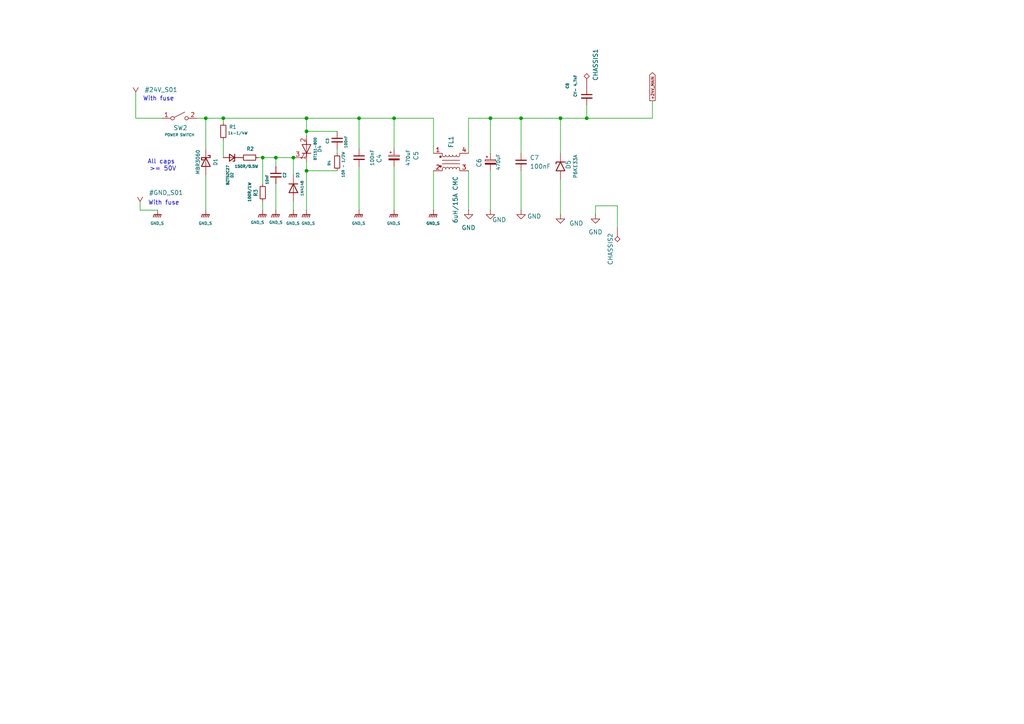
<source format=kicad_sch>
(kicad_sch (version 20250114) (generator "eeschema") (generator_version "9.0")
  (paper "A4")
  (title_block (title "Omega Radio") (comment 1 "Power"))
  (lib_symbols
    (symbol "Connector:TestPoint_Alt" (pin_numbers (hide yes)) (pin_names (offset 0.762) (hide yes))
      (property "Reference" "TP" (at 0 6.858 0))
      (property "Value" "TestPoint_Alt" (at 0 5.08 0))
      (symbol "TestPoint_Alt_0_1"
        (polyline (pts (xy 0 2.54) (xy -0.762 3.302) (xy 0 4.064) (xy 0.762 3.302) (xy 0 2.54)))
      )
      (symbol "TestPoint_Alt_1_1"
        (pin passive line (at 0 0 90) (length 2.54) (name "1") (number "1"))
      )
    )
    (symbol "Device:C_Polarized_Small" (pin_numbers (hide yes)) (pin_names (offset 0.254) (hide yes))
      (property "Reference" "C" (at 0.254 1.778 0))
      (property "Value" "C_Polarized_Small" (at 0.254 -2.032 0))
      (symbol "C_Polarized_Small_0_1"
        (rectangle (start -1.524 0.6858) (end 1.524 0.3048))
        (rectangle (start -1.524 -0.3048) (end 1.524 -0.6858) (fill (type outline)))
        (polyline (pts (xy -1.27 1.524) (xy -0.762 1.524)))
        (polyline (pts (xy -1.016 1.27) (xy -1.016 1.778)))
      )
      (symbol "C_Polarized_Small_1_1"
        (pin passive line (at 0 2.54 270) (length 1.8542) (name "~") (number "1"))
        (pin passive line (at 0 -2.54 90) (length 1.8542) (name "~") (number "2"))
      )
    )
    (symbol "Device:C_Small" (pin_numbers (hide yes)) (pin_names (offset 0.254) (hide yes))
      (property "Reference" "C" (at 0.254 1.778 0))
      (property "Value" "C_Small" (at 0.254 -2.032 0))
      (symbol "C_Small_0_1"
        (polyline (pts (xy -1.524 0.508) (xy 1.524 0.508)) (stroke (width 0.3048)))
        (polyline (pts (xy -1.524 -0.508) (xy 1.524 -0.508)) (stroke (width 0.3302)))
      )
      (symbol "C_Small_1_1"
        (pin passive line (at 0 2.54 270) (length 2.032) (name "~") (number "1"))
        (pin passive line (at 0 -2.54 90) (length 2.032) (name "~") (number "2"))
      )
    )
    (symbol "Device:D_Zener_Small" (pin_numbers (hide yes)) (pin_names (offset 0.254) (hide yes))
      (property "Reference" "D" (at 0 2.286 0))
      (property "Value" "D_Zener_Small" (at 0 -2.286 0))
      (symbol "D_Zener_Small_0_1"
        (polyline (pts (xy -0.254 1.016) (xy -0.762 1.016) (xy -0.762 -1.016)) (stroke (width 0.254)))
        (polyline (pts (xy 0.762 1.016) (xy -0.762 0) (xy 0.762 -1.016) (xy 0.762 1.016)) (stroke (width 0.254)))
        (polyline (pts (xy 0.762 0) (xy -0.762 0)))
      )
      (symbol "D_Zener_Small_1_1"
        (pin passive line (at -2.54 0 0) (length 1.778) (name "K") (number "1"))
        (pin passive line (at 2.54 0 180) (length 1.778) (name "A") (number "2"))
      )
    )
    (symbol "Device:Q_SCR_KAG" (pin_names (offset 0) (hide yes))
      (property "Reference" "D" (at 1.905 0.635 0))
      (property "Value" "Q_SCR_KAG" (at 1.905 -1.27 0))
      (symbol "Q_SCR_KAG_0_1"
        (polyline (pts (xy -1.27 1.27) (xy 1.27 1.27) (xy 0 -1.27) (xy -1.27 1.27)) (stroke (width 0.2032)))
        (polyline (pts (xy -1.27 -1.27) (xy 1.27 -1.27)) (stroke (width 0.2032)))
        (polyline (pts (xy -1.27 -2.54) (xy -0.635 -1.27)))
        (polyline (pts (xy 0 -2.54) (xy 0 2.54)))
      )
      (symbol "Q_SCR_KAG_1_1"
        (pin input line (at -3.81 -2.54 0) (length 2.54) (name "G") (number "3"))
        (pin passive line (at 0 3.81 270) (length 2.54) (name "A") (number "2"))
        (pin passive line (at 0 -3.81 90) (length 2.54) (name "K") (number "1"))
      )
    )
    (symbol "Device:R_Small" (pin_numbers (hide yes)) (pin_names (offset 0.254) (hide yes))
      (property "Reference" "R" (at 0 0 90))
      (property "Value" "R_Small" (at 1.778 0 90))
      (symbol "R_Small_0_1"
        (rectangle (start -0.762 1.778) (end 0.762 -1.778) (stroke (width 0.2032)))
      )
      (symbol "R_Small_1_1"
        (pin passive line (at 0 2.54 270) (length 0.762) (name "~") (number "1"))
        (pin passive line (at 0 -2.54 90) (length 0.762) (name "~") (number "2"))
      )
    )
    (symbol "Diode:1N4148" (pin_numbers (hide yes)) (pin_names (hide yes))
      (property "Reference" "D" (at 0 2.54 0))
      (property "Value" "1N4148" (at 0 -2.54 0))
      (symbol "1N4148_0_1"
        (polyline (pts (xy -1.27 1.27) (xy -1.27 -1.27)) (stroke (width 0.254)))
        (polyline (pts (xy 1.27 1.27) (xy 1.27 -1.27) (xy -1.27 0) (xy 1.27 1.27)) (stroke (width 0.254)))
        (polyline (pts (xy 1.27 0) (xy -1.27 0)))
      )
      (symbol "1N4148_1_1"
        (pin passive line (at -3.81 0 0) (length 2.54) (name "K") (number "1"))
        (pin passive line (at 3.81 0 180) (length 2.54) (name "A") (number "2"))
      )
    )
    (symbol "Diode:5KPxxA" (pin_numbers (hide yes)) (pin_names (offset 1.016) (hide yes))
      (property "Reference" "D" (at 0 2.54 0))
      (property "Value" "5KPxxA" (at 0 -2.54 0))
      (symbol "5KPxxA_0_1"
        (polyline (pts (xy -0.762 1.27) (xy -1.27 1.27) (xy -1.27 -1.27)) (stroke (width 0.254)))
        (polyline (pts (xy 1.27 1.27) (xy 1.27 -1.27) (xy -1.27 0) (xy 1.27 1.27)) (stroke (width 0.254)))
      )
      (symbol "5KPxxA_1_1"
        (pin passive line (at -3.81 0 0) (length 2.54) (name "A1") (number "1"))
        (pin passive line (at 3.81 0 180) (length 2.54) (name "A2") (number "2"))
      )
    )
    (symbol "Diode:MBR735" (pin_numbers (hide yes)) (pin_names (offset 1.016) (hide yes))
      (property "Reference" "D" (at 0 2.54 0))
      (property "Value" "MBR735" (at 0 -2.54 0))
      (symbol "MBR735_0_1"
        (polyline (pts (xy -1.905 0.635) (xy -1.905 1.27) (xy -1.27 1.27) (xy -1.27 -1.27) (xy -0.635 -1.27) (xy -0.635 -0.635)) (stroke (width 0.254)))
        (polyline (pts (xy 1.27 1.27) (xy 1.27 -1.27) (xy -1.27 0) (xy 1.27 1.27)) (stroke (width 0.254)))
        (polyline (pts (xy 1.27 0) (xy -1.27 0)))
      )
      (symbol "MBR735_1_1"
        (pin passive line (at -3.81 0 0) (length 2.54) (name "K") (number "1"))
        (pin passive line (at 3.81 0 180) (length 2.54) (name "A") (number "2"))
      )
    )
    (symbol "Filter:Choke_CommonMode_PulseElectronics_PH9455x105NL" (pin_names (hide yes))
      (property "Reference" "FL" (at 0 5.08 0))
      (property "Value" "Choke_CommonMode_PulseElectronics_PH9455x105NL" (at 0 -5.08 0))
      (symbol "Choke_CommonMode_PulseElectronics_PH9455x105NL_1_1"
        (circle (center -3.048 1.524) (radius 0.254) (fill (type outline)))
        (circle (center -3.048 -1.27) (radius 0.254) (fill (type outline)))
        (polyline (pts (xy -2.54 2.032) (xy -2.54 2.54)))
        (polyline (pts (xy -2.54 0.508) (xy 2.54 0.508)))
        (polyline (pts (xy -2.54 -2.032) (xy -2.54 -2.54)))
        (arc (start -1.524 2.032) (mid -2.032 1.5262) (end -2.54 2.032))
        (arc (start -2.54 -2.032) (mid -2.032 -1.5262) (end -1.524 -2.032))
        (arc (start -0.508 2.032) (mid -1.016 1.5262) (end -1.524 2.032))
        (arc (start -1.524 -2.032) (mid -1.016 -1.5262) (end -0.508 -2.032))
        (arc (start 0.508 2.032) (mid 0 1.5262) (end -0.508 2.032))
        (arc (start -0.508 -2.032) (mid 0 -1.5262) (end 0.508 -2.032))
        (arc (start 1.524 2.032) (mid 1.016 1.5262) (end 0.508 2.032))
        (arc (start 0.508 -2.032) (mid 1.016 -1.5262) (end 1.524 -2.032))
        (arc (start 2.54 2.032) (mid 2.032 1.5262) (end 1.524 2.032))
        (arc (start 1.524 -2.032) (mid 2.032 -1.5262) (end 2.54 -2.032))
        (polyline (pts (xy 2.54 2.54) (xy 2.54 2.032)))
        (polyline (pts (xy 2.54 -0.508) (xy -2.54 -0.508)))
        (polyline (pts (xy 2.54 -2.032) (xy 2.54 -2.54)))
        (pin passive line (at -5.08 2.54 0) (length 2.54) (name "1") (number "1"))
        (pin passive line (at -5.08 -2.54 0) (length 2.54) (name "2") (number "2"))
        (pin passive line (at 5.08 2.54 180) (length 2.54) (name "4") (number "4"))
        (pin passive line (at 5.08 -2.54 180) (length 2.54) (name "3") (number "3"))
      )
    )
    (symbol "Switch:SW_SPST" (pin_names (offset 0) (hide yes))
      (property "Reference" "SW" (at 0 3.175 0))
      (property "Value" "SW_SPST" (at 0 -2.54 0))
      (symbol "SW_SPST_0_0"
        (circle (center -2.032 0) (radius 0.508))
        (polyline (pts (xy -1.524 0.254) (xy 1.524 1.778)))
        (circle (center 2.032 0) (radius 0.508))
      )
      (symbol "SW_SPST_1_1"
        (pin passive line (at -5.08 0 0) (length 2.54) (name "A") (number "1"))
        (pin passive line (at 5.08 0 180) (length 2.54) (name "B") (number "2"))
      )
    )
    (symbol "omega:In_or_Out" (power) (pin_numbers (hide yes)) (pin_names (offset 0) (hide yes))
      (property "Reference" "In_or_Out" (at 0 3.81 0))
      (symbol "In_or_Out_0_1"
        (polyline (pts (xy -0.762 -1.27) (xy 0 0)))
        (polyline (pts (xy 0 0) (xy 0.762 -1.27)))
      )
      (symbol "In_or_Out_1_1"
        (pin power_in line (at 0 0 90) (length 0) (name "~") (number "1"))
      )
    )
    (symbol "power:GND" (power) (pin_numbers (hide yes)) (pin_names (offset 0) (hide yes))
      (property "Value" "GND" (at 0 -3.81 0))
      (symbol "GND_0_1"
        (polyline (pts (xy 0 0) (xy 0 -1.27) (xy 1.27 -1.27) (xy 0 -2.54) (xy -1.27 -1.27) (xy 0 -1.27)))
      )
      (symbol "GND_1_1"
        (pin power_in line (at 0 0 270) (length 0) (name "~") (number "1"))
      )
    )
    (symbol "power:GNDPWR" (power) (pin_numbers (hide yes)) (pin_names (offset 0) (hide yes))
      (property "Value" "GNDPWR" (at 0 -3.302 0))
      (symbol "GNDPWR_0_1"
        (polyline (pts (xy -1.016 -1.27) (xy -1.27 -2.032) (xy -1.27 -2.032)) (stroke (width 0.2032)))
        (polyline (pts (xy -0.508 -1.27) (xy -0.762 -2.032) (xy -0.762 -2.032)) (stroke (width 0.2032)))
        (polyline (pts (xy 0 -1.27) (xy 0 0)))
        (polyline (pts (xy 0 -1.27) (xy -0.254 -2.032) (xy -0.254 -2.032)) (stroke (width 0.2032)))
        (polyline (pts (xy 0.508 -1.27) (xy 0.254 -2.032) (xy 0.254 -2.032)) (stroke (width 0.2032)))
        (polyline (pts (xy 1.016 -1.27) (xy -1.016 -1.27) (xy -1.016 -1.27)) (stroke (width 0.2032)))
        (polyline (pts (xy 1.016 -1.27) (xy 0.762 -2.032) (xy 0.762 -2.032) (xy 0.762 -2.032)) (stroke (width 0.2032)))
      )
      (symbol "GNDPWR_1_1"
        (pin power_in line (at 0 0 270) (length 0) (name "~") (number "1"))
      )
    )
  )
  (text "With fuse" (at 45.974 28.702 0) (effects (font (size 1.27 1.27))))
  (text "With fuse" (at 47.498 58.928 0) (effects (font (size 1.27 1.27))))
  (text "All caps \n>= 50V" (at 47.244 48.006 0) (effects (font (size 1.27 1.27))))
  (junction (at 170.18 34.29))
  (junction (at 151.13 34.29))
  (junction (at 59.69 34.29))
  (junction (at 88.9 38.1))
  (junction (at 88.9 49.53))
  (junction (at 142.24 34.29))
  (junction (at 80.01 45.72))
  (junction (at 76.2 45.72))
  (junction (at 104.14 34.29))
  (junction (at 114.3 34.29))
  (junction (at 64.77 34.29))
  (junction (at 162.56 34.29))
  (junction (at 88.9 34.29))
  (junction (at 85.09 45.72))
  (wire (pts (xy 40.64 58.42) (xy 40.64 60.96)))
  (wire (pts (xy 85.09 45.72) (xy 80.01 45.72)))
  (wire (pts (xy 125.73 34.29) (xy 114.3 34.29)))
  (wire (pts (xy 88.9 34.29) (xy 64.77 34.29)))
  (wire (pts (xy 142.24 34.29) (xy 151.13 34.29)))
  (wire (pts (xy 39.37 34.29) (xy 46.99 34.29)))
  (wire (pts (xy 114.3 34.29) (xy 104.14 34.29)))
  (wire (pts (xy 97.79 49.53) (xy 88.9 49.53)))
  (wire (pts (xy 64.77 40.64) (xy 64.77 45.72)))
  (wire (pts (xy 162.56 34.29) (xy 170.18 34.29)))
  (wire (pts (xy 125.73 60.96) (xy 125.73 49.53)))
  (wire (pts (xy 59.69 60.96) (xy 59.69 50.8)))
  (wire (pts (xy 172.72 62.23) (xy 172.72 59.69)))
  (wire (pts (xy 151.13 34.29) (xy 162.56 34.29)))
  (wire (pts (xy 151.13 34.29) (xy 151.13 44.45)))
  (wire (pts (xy 64.77 34.29) (xy 64.77 35.56)))
  (wire (pts (xy 76.2 45.72) (xy 80.01 45.72)))
  (wire (pts (xy 172.72 59.69) (xy 179.07 59.69)))
  (wire (pts (xy 104.14 34.29) (xy 104.14 43.18)))
  (wire (pts (xy 39.37 26.67) (xy 39.37 34.29)))
  (wire (pts (xy 88.9 34.29) (xy 104.14 34.29)))
  (wire (pts (xy 142.24 49.53) (xy 142.24 60.96)))
  (wire (pts (xy 135.89 34.29) (xy 135.89 44.45)))
  (wire (pts (xy 76.2 45.72) (xy 76.2 53.34)))
  (wire (pts (xy 142.24 34.29) (xy 135.89 34.29)))
  (wire (pts (xy 125.73 34.29) (xy 125.73 44.45)))
  (wire (pts (xy 162.56 52.07) (xy 162.56 62.23)))
  (wire (pts (xy 104.14 60.96) (xy 104.14 48.26)))
  (wire (pts (xy 88.9 39.37) (xy 88.9 38.1)))
  (wire (pts (xy 170.18 34.29) (xy 189.23 34.29)))
  (wire (pts (xy 88.9 46.99) (xy 88.9 49.53)))
  (wire (pts (xy 80.01 53.34) (xy 80.01 60.96)))
  (wire (pts (xy 142.24 34.29) (xy 142.24 44.45)))
  (wire (pts (xy 85.09 58.42) (xy 85.09 60.96)))
  (wire (pts (xy 114.3 34.29) (xy 114.3 43.18)))
  (wire (pts (xy 59.69 34.29) (xy 59.69 43.18)))
  (wire (pts (xy 85.09 45.72) (xy 85.09 50.8)))
  (wire (pts (xy 114.3 60.96) (xy 114.3 48.26)))
  (wire (pts (xy 97.79 38.1) (xy 88.9 38.1)))
  (wire (pts (xy 97.79 44.45) (xy 97.79 43.18)))
  (wire (pts (xy 135.89 60.96) (xy 135.89 49.53)))
  (wire (pts (xy 74.93 45.72) (xy 76.2 45.72)))
  (wire (pts (xy 162.56 34.29) (xy 162.56 44.45)))
  (wire (pts (xy 88.9 49.53) (xy 88.9 60.96)))
  (wire (pts (xy 151.13 49.53) (xy 151.13 60.96)))
  (wire (pts (xy 179.07 59.69) (xy 179.07 66.04)))
  (wire (pts (xy 88.9 38.1) (xy 88.9 34.29)))
  (wire (pts (xy 57.15 34.29) (xy 59.69 34.29)))
  (wire (pts (xy 80.01 45.72) (xy 80.01 48.26)))
  (wire (pts (xy 40.64 60.96) (xy 45.72 60.96)))
  (wire (pts (xy 64.77 34.29) (xy 59.69 34.29)))
  (wire (pts (xy 170.18 30.48) (xy 170.18 34.29)))
  (wire (pts (xy 189.23 29.21) (xy 189.23 34.29)))
  (wire (pts (xy 76.2 58.42) (xy 76.2 60.96)))
  (global_label "+24V_MAIN" (shape output) (at 189.23 29.21 90) (effects (font (size 0.8 0.8))) (property "Intersheetrefs" "3" (effects (hide yes))))
  (symbol (lib_id "Device:R_Small") (at 64.77 38.1 0) (mirror y) (unit 1)
    (property "Reference" "R1" (at 68.58 36.83 0) (effects (font (size 1.016 1.016)) (justify left)))
    (property "Value" "1k-1/4W" (at 71.882 38.608 0) (effects (font (size 0.8 0.8)) (justify left)))
    (property "Description" "Resistor, small symbol" (effects (hide yes)))
  )
  (symbol (lib_id "Device:Q_SCR_KAG") (at 88.9 43.18 0) (unit 1)
    (property "Reference" "D4" (at 92.71 43.18 90) (effects (font (size 1.016 1.016))))
    (property "Value" "BT151-800" (at 91.44 43.18 90) (effects (font (size 0.762 0.762))))
    (property "Description" "Silicon controlled rectifier, cathode/anode/gate" (effects (hide yes)))
  )
  (symbol (lib_id "Diode:MBR735") (at 59.69 46.99 270) (unit 1)
    (property "Reference" "D1" (at 62.484 46.99 0) (effects (font (size 1.016 1.016))))
    (property "Value" "MBR3060" (at 57.404 46.99 0) (effects (font (size 1.016 1.016))))
    (property "Footprint" "Package_TO_SOT_THT:TO-220-2_Vertical" (effects (hide yes)))
    (property "Datasheet" "http://www.onsemi.com/pub_link/Collateral/MBR735-D.PDF" (effects (hide yes)))
    (property "Description" "35V 7.5A Schottky Barrier Rectifier Diode, TO-220" (effects (hide yes)))
  )
  (symbol (lib_id "Device:C_Polarized_Small") (at 114.3 45.72 0) (unit 1)
    (property "Reference" "C5" (at 120.65 45.1739 90))
    (property "Value" "470uF" (at 118.364 45.72 90) (effects (font (size 1.016 1.016))))
    (property "Description" "Polarized capacitor, small symbol" (effects (hide yes)))
  )
  (symbol (lib_id "power:GND") (at 172.72 62.23 0) (unit 1)
    (property "Reference" "#PWR016" (effects (hide yes)))
    (property "Value" "GND" (at 172.72 67.31 0))
    (property "Description" "Power symbol creates a global label with name \"GND\" , ground" (effects (hide yes)))
  )
  (symbol (lib_id "Device:C_Small") (at 80.01 50.8 0) (unit 1)
    (property "Reference" "C2" (at 82.55 50.8 90) (effects (font (size 0.762 0.762))))
    (property "Value" "10nF" (at 77.47 52.07 90) (effects (font (size 0.762 0.762))))
    (property "Description" "Unpolarized capacitor, small symbol" (effects (hide yes)))
  )
  (symbol (lib_id "power:GNDPWR") (at 45.72 60.96 0) (unit 1)
    (property "Reference" "#PWR03" (effects (hide yes)))
    (property "Value" "GND_S" (at 45.593 64.77 0) (effects (font (size 0.8 0.8))))
    (property "Description" "Power symbol creates a global label with name \"GNDPWR\" , global ground" (effects (hide yes)))
  )
  (symbol (lib_id "power:GNDPWR") (at 85.09 60.96 0) (unit 1)
    (property "Reference" "#PWR07" (effects (hide yes)))
    (property "Value" "GND_S" (at 84.963 64.77 0) (effects (font (size 0.8 0.8))))
    (property "Description" "Power symbol creates a global label with name \"GNDPWR\" , global ground" (effects (hide yes)))
  )
  (symbol (lib_id "omega:In_or_Out") (at 39.37 26.67 180) (unit 1)
    (property "Reference" "24V_S01" (at 41.91 26.0349 0) (effects (justify right)))
    (property "Value" "In_or_Out" (effects (hide yes)))
  )
  (symbol (lib_id "Device:C_Polarized_Small") (at 142.24 46.99 0) (unit 1)
    (property "Reference" "C6" (at 138.938 47.244 90))
    (property "Value" "470uF" (at 144.526 46.99 90) (effects (font (size 1.016 1.016))))
    (property "Description" "Polarized capacitor, small symbol" (effects (hide yes)))
  )
  (symbol (lib_id "Device:C_Small") (at 170.18 27.94 0) (unit 1)
    (property "Reference" "C8" (at 164.592 24.892 90) (effects (font (size 0.8 0.8))))
    (property "Value" "CY- 4,7nF" (at 166.878 24.892 90) (effects (font (size 0.8 0.8))))
    (property "Description" "Unpolarized capacitor, small symbol" (effects (hide yes)))
  )
  (symbol (lib_id "Device:D_Zener_Small") (at 67.31 45.72 180) (unit 1)
    (property "Reference" "D2" (at 67.31 50.8 90) (effects (font (size 0.762 0.762))))
    (property "Value" "BZT52C27" (at 66.04 50.8 90) (effects (font (size 0.762 0.762))))
    (property "Description" "Zener diode, small symbol" (effects (hide yes)))
  )
  (symbol (lib_id "Device:C_Small") (at 97.79 40.64 0) (unit 1)
    (property "Reference" "C3" (at 94.996 40.894 90) (effects (font (size 0.762 0.762))))
    (property "Value" "100nF" (at 100.33 41.148 90) (effects (font (size 0.762 0.762))))
    (property "Description" "Unpolarized capacitor, small symbol" (effects (hide yes)))
  )
  (symbol (lib_id "power:GND") (at 151.13 60.96 0) (unit 1)
    (property "Reference" "#PWR014" (effects (hide yes)))
    (property "Value" "GND" (at 154.94 62.738 0))
    (property "Description" "Power symbol creates a global label with name \"GND\" , ground" (effects (hide yes)))
  )
  (symbol (lib_id "power:GNDPWR") (at 76.2 60.96 0) (unit 1)
    (property "Reference" "#PWR05" (effects (hide yes)))
    (property "Value" "GND_S" (at 74.676 64.516 0) (effects (font (size 0.8 0.8))))
    (property "Description" "Power symbol creates a global label with name \"GNDPWR\" , global ground" (effects (hide yes)))
  )
  (symbol (lib_id "Device:C_Small") (at 104.14 45.72 0) (unit 1)
    (property "Reference" "C4" (at 109.982 45.974 90))
    (property "Value" "100nF" (at 107.95 45.72 90) (effects (font (size 1.016 1.016))))
    (property "Description" "Unpolarized capacitor, small symbol" (effects (hide yes)))
  )
  (symbol (lib_id "power:GND") (at 135.89 60.96 0) (unit 1)
    (property "Reference" "#PWR012" (effects (hide yes)))
    (property "Value" "GND" (at 135.89 66.04 0))
    (property "Description" "Power symbol creates a global label with name \"GND\" , ground" (effects (hide yes)))
  )
  (symbol (lib_id "power:GNDPWR") (at 80.01 60.96 0) (unit 1)
    (property "Reference" "#PWR06" (effects (hide yes)))
    (property "Value" "GND_S" (at 80.01 64.516 0) (effects (font (size 0.8 0.8))))
    (property "Description" "Power symbol creates a global label with name \"GNDPWR\" , global ground" (effects (hide yes)))
  )
  (symbol (lib_id "Connector:TestPoint_Alt") (at 170.18 25.4 0) (unit 1)
    (property "Reference" "CHASSIS1" (at 172.72 18.796 90))
    (property "Value" "TestPoint_Alt" (effects (hide yes)))
    (property "Description" "test point (alternative shape)" (effects (hide yes)))
  )
  (symbol (lib_id "Device:R_Small") (at 97.79 46.99 0) (unit 1)
    (property "Reference" "R4" (at 95.504 46.482 90) (effects (font (size 0.762 0.762)) (justify right)))
    (property "Value" "10R - 1/2W" (at 99.568 43.942 90) (effects (font (size 0.762 0.762)) (justify right)))
    (property "Description" "Resistor, small symbol" (effects (hide yes)))
  )
  (symbol (lib_id "Device:R_Small") (at 72.39 45.72 90) (mirror x) (unit 1)
    (property "Reference" "R2" (at 73.66 43.18 90) (effects (font (size 1.016 1.016)) (justify left)))
    (property "Value" "150R/0.5W" (at 74.93 48.26 90) (effects (font (size 0.8 0.8)) (justify left)))
    (property "Description" "Resistor, small symbol" (effects (hide yes)))
  )
  (symbol (lib_id "Switch:SW_SPST") (at 52.07 34.29 0) (unit 1)
    (property "Reference" "SW2" (at 52.324 37.084 0))
    (property "Value" "POWER SWITCH" (at 52.07 39.116 0) (effects (font (size 0.762 0.762))))
    (property "Description" "Single Pole Single Throw (SPST) switch" (effects (hide yes)))
  )
  (symbol (lib_id "power:GND") (at 142.24 60.96 0) (unit 1)
    (property "Reference" "#PWR013" (effects (hide yes)))
    (property "Value" "GND" (at 144.78 63.754 0))
    (property "Description" "Power symbol creates a global label with name \"GND\" , ground" (effects (hide yes)))
  )
  (symbol (lib_id "Device:R_Small") (at 76.2 55.88 0) (unit 1)
    (property "Reference" "R3" (at 74.168 54.864 90) (effects (font (size 1.016 1.016)) (justify right)))
    (property "Value" "100R/1W" (at 72.39 52.832 90) (effects (font (size 0.8 0.8)) (justify right)))
    (property "Description" "Resistor, small symbol" (effects (hide yes)))
  )
  (symbol (lib_id "Filter:Choke_CommonMode_PulseElectronics_PH9455x105NL") (at 130.81 46.99 0) (unit 1)
    (property "Reference" "FL1" (at 130.81 42.926 90) (effects (justify left)))
    (property "Value" "6uH/15A CMC" (at 132.08 64.77 90) (effects (justify left)))
    (property "Footprint" "Inductor_THT:L_CommonMode_PulseElectronics_PH9455x105NL_1" (effects (hide yes)))
    (property "Datasheet" "https://productfinder.pulseelectronics.com/api/open/product-attachments/datasheet/ph9455.105nl" (effects (hide yes)))
    (property "Description" "Common mode choke, 22A, 380VAC, 1mH, 2.1 mOhm, PH9455x105NL" (effects (hide yes)))
  )
  (symbol (lib_id "power:GNDPWR") (at 88.9 60.96 0) (unit 1)
    (property "Reference" "#PWR08" (effects (hide yes)))
    (property "Value" "GND_S" (at 89.408 64.77 0) (effects (font (size 0.8 0.8))))
    (property "Description" "Power symbol creates a global label with name \"GNDPWR\" , global ground" (effects (hide yes)))
  )
  (symbol (lib_id "Device:C_Small") (at 151.13 46.99 0) (unit 1)
    (property "Reference" "C7" (at 153.67 45.7262 0) (effects (justify left)))
    (property "Value" "100nF" (at 153.67 48.2662 0) (effects (justify left)))
    (property "Description" "Unpolarized capacitor, small symbol" (effects (hide yes)))
  )
  (symbol (lib_id "power:GND") (at 162.56 62.23 0) (unit 1)
    (property "Reference" "#PWR015" (effects (hide yes)))
    (property "Value" "GND" (at 165.1 64.7699 0) (effects (justify left)))
    (property "Description" "Power symbol creates a global label with name \"GND\" , ground" (effects (hide yes)))
  )
  (symbol (lib_id "power:GNDPWR") (at 59.69 60.96 0) (unit 1)
    (property "Reference" "#PWR04" (effects (hide yes)))
    (property "Value" "GND_S" (at 59.563 64.77 0) (effects (font (size 0.8 0.8))))
    (property "Description" "Power symbol creates a global label with name \"GNDPWR\" , global ground" (effects (hide yes)))
  )
  (symbol (lib_id "power:GNDPWR") (at 125.73 60.96 0) (unit 1)
    (property "Reference" "#PWR011" (effects (hide yes)))
    (property "Value" "GND_S" (at 125.603 64.77 0) (effects (font (size 0.8 0.8))))
    (property "Description" "Power symbol creates a global label with name \"GNDPWR\" , global ground" (effects (hide yes)))
  )
  (symbol (lib_id "Diode:1N4148") (at 85.09 54.61 270) (unit 1)
    (property "Reference" "D3" (at 86.36 50.8 0) (effects (font (size 0.762 0.762))))
    (property "Value" "1N4148" (at 87.63 54.61 0) (effects (font (size 0.762 0.762))))
    (property "Footprint" "Diode_THT:D_DO-35_SOD27_P7.62mm_Horizontal" (effects (hide yes)))
    (property "Datasheet" "https://assets.nexperia.com/documents/data-sheet/1N4148_1N4448.pdf" (effects (hide yes)))
    (property "Description" "100V 0.15A standard switching diode, DO-35" (effects (hide yes)))
    (property "Sim.Device" "D" (effects (hide yes)))
    (property "Sim.Pins" "1=K 2=A" (effects (hide yes)))
  )
  (symbol (lib_id "power:GNDPWR") (at 104.14 60.96 0) (unit 1)
    (property "Reference" "#PWR09" (effects (hide yes)))
    (property "Value" "GND_S" (at 104.013 64.77 0) (effects (font (size 0.8 0.8))))
    (property "Description" "Power symbol creates a global label with name \"GNDPWR\" , global ground" (effects (hide yes)))
  )
  (symbol (lib_id "Diode:5KPxxA") (at 162.56 48.26 90) (mirror x) (unit 1)
    (property "Reference" "D5" (at 164.846 47.752 0))
    (property "Value" "P6KE33A" (at 166.878 48.26 0) (effects (font (size 1.016 1.016))))
    (property "Footprint" "Diode_THT:D_P600_R-6_P20.00mm_Horizontal" (effects (hide yes)))
    (property "Datasheet" "https://diotec.com/tl_files/diotec/files/pdf/datasheets/5kp65.pdf" (effects (hide yes)))
    (property "Description" "5000W unidirectional Transient Voltage Suppressor, P-600" (effects (hide yes)))
  )
  (symbol (lib_id "power:GNDPWR") (at 114.3 60.96 0) (unit 1)
    (property "Reference" "#PWR010" (effects (hide yes)))
    (property "Value" "GND_S" (at 114.173 64.77 0) (effects (font (size 0.8 0.8))))
    (property "Description" "Power symbol creates a global label with name \"GNDPWR\" , global ground" (effects (hide yes)))
  )
  (symbol (lib_id "Connector:TestPoint_Alt") (at 179.07 66.04 180) (unit 1)
    (property "Reference" "CHASSIS2" (at 177.038 67.564 90) (effects (justify left)))
    (property "Value" "TestPoint_Alt" (effects (hide yes)))
    (property "Description" "test point (alternative shape)" (effects (hide yes)))
  )
  (symbol (lib_id "omega:In_or_Out") (at 40.64 58.42 180) (unit 1)
    (property "Reference" "GND_S01" (at 43.18 55.88 0) (effects (justify right)))
    (property "Value" "In_or_Out" (effects (hide yes)))
  )
)
</source>
